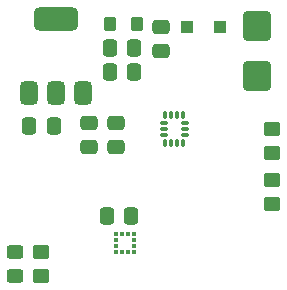
<source format=gbr>
%TF.GenerationSoftware,KiCad,Pcbnew,9.0.2*%
%TF.CreationDate,2025-06-11T21:50:26+08:00*%
%TF.ProjectId,imu,696d752e-6b69-4636-9164-5f7063625858,rev?*%
%TF.SameCoordinates,Original*%
%TF.FileFunction,Paste,Top*%
%TF.FilePolarity,Positive*%
%FSLAX46Y46*%
G04 Gerber Fmt 4.6, Leading zero omitted, Abs format (unit mm)*
G04 Created by KiCad (PCBNEW 9.0.2) date 2025-06-11 21:50:26*
%MOMM*%
%LPD*%
G01*
G04 APERTURE LIST*
G04 Aperture macros list*
%AMRoundRect*
0 Rectangle with rounded corners*
0 $1 Rounding radius*
0 $2 $3 $4 $5 $6 $7 $8 $9 X,Y pos of 4 corners*
0 Add a 4 corners polygon primitive as box body*
4,1,4,$2,$3,$4,$5,$6,$7,$8,$9,$2,$3,0*
0 Add four circle primitives for the rounded corners*
1,1,$1+$1,$2,$3*
1,1,$1+$1,$4,$5*
1,1,$1+$1,$6,$7*
1,1,$1+$1,$8,$9*
0 Add four rect primitives between the rounded corners*
20,1,$1+$1,$2,$3,$4,$5,0*
20,1,$1+$1,$4,$5,$6,$7,0*
20,1,$1+$1,$6,$7,$8,$9,0*
20,1,$1+$1,$8,$9,$2,$3,0*%
G04 Aperture macros list end*
%ADD10RoundRect,0.250000X0.337500X0.475000X-0.337500X0.475000X-0.337500X-0.475000X0.337500X-0.475000X0*%
%ADD11RoundRect,0.250000X-0.450000X0.350000X-0.450000X-0.350000X0.450000X-0.350000X0.450000X0.350000X0*%
%ADD12R,0.375000X0.350000*%
%ADD13R,0.350000X0.375000*%
%ADD14RoundRect,0.250000X0.475000X-0.337500X0.475000X0.337500X-0.475000X0.337500X-0.475000X-0.337500X0*%
%ADD15RoundRect,0.087500X-0.087500X0.225000X-0.087500X-0.225000X0.087500X-0.225000X0.087500X0.225000X0*%
%ADD16RoundRect,0.087500X-0.225000X0.087500X-0.225000X-0.087500X0.225000X-0.087500X0.225000X0.087500X0*%
%ADD17RoundRect,0.250000X-0.900000X1.000000X-0.900000X-1.000000X0.900000X-1.000000X0.900000X1.000000X0*%
%ADD18RoundRect,0.250000X0.275000X0.350000X-0.275000X0.350000X-0.275000X-0.350000X0.275000X-0.350000X0*%
%ADD19RoundRect,0.250000X-0.450000X0.325000X-0.450000X-0.325000X0.450000X-0.325000X0.450000X0.325000X0*%
%ADD20RoundRect,0.250000X-0.475000X0.337500X-0.475000X-0.337500X0.475000X-0.337500X0.475000X0.337500X0*%
%ADD21RoundRect,0.250000X-0.337500X-0.475000X0.337500X-0.475000X0.337500X0.475000X-0.337500X0.475000X0*%
%ADD22RoundRect,0.250000X-0.300000X-0.300000X0.300000X-0.300000X0.300000X0.300000X-0.300000X0.300000X0*%
%ADD23RoundRect,0.375000X0.375000X-0.625000X0.375000X0.625000X-0.375000X0.625000X-0.375000X-0.625000X0*%
%ADD24RoundRect,0.500000X1.400000X-0.500000X1.400000X0.500000X-1.400000X0.500000X-1.400000X-0.500000X0*%
%ADD25RoundRect,0.250000X0.450000X-0.350000X0.450000X0.350000X-0.450000X0.350000X-0.450000X-0.350000X0*%
G04 APERTURE END LIST*
D10*
%TO.C,C7*%
X75438000Y-23622000D03*
X73363000Y-23622000D03*
%TD*%
D11*
%TO.C,R1*%
X67564000Y-40910000D03*
X67564000Y-42910000D03*
%TD*%
%TO.C,R2*%
X87122000Y-34814000D03*
X87122000Y-36814000D03*
%TD*%
D10*
%TO.C,C5*%
X68623000Y-30226000D03*
X66548000Y-30226000D03*
%TD*%
D12*
%TO.C,U2*%
X75438000Y-40894000D03*
X75438000Y-40394000D03*
X75438000Y-39894000D03*
X75438000Y-39394000D03*
D13*
X74925500Y-39381500D03*
X74425500Y-39381500D03*
D12*
X73913000Y-39394000D03*
X73913000Y-39894000D03*
X73913000Y-40394000D03*
X73913000Y-40894000D03*
D13*
X74425500Y-40906500D03*
X74925500Y-40906500D03*
%TD*%
D14*
%TO.C,C1*%
X71628000Y-32025500D03*
X71628000Y-29950500D03*
%TD*%
D15*
%TO.C,U1*%
X79593500Y-29309500D03*
X79093500Y-29309500D03*
X78593500Y-29309500D03*
X78093500Y-29309500D03*
D16*
X77931000Y-29972000D03*
X77931000Y-30472000D03*
X77931000Y-30972000D03*
D15*
X78093500Y-31634500D03*
X78593500Y-31634500D03*
X79093500Y-31634500D03*
X79593500Y-31634500D03*
D16*
X79756000Y-30972000D03*
X79756000Y-30472000D03*
X79756000Y-29972000D03*
%TD*%
D17*
%TO.C,D2*%
X85852000Y-21726000D03*
X85852000Y-26026000D03*
%TD*%
D18*
%TO.C,FB1*%
X75706000Y-21590000D03*
X73406000Y-21590000D03*
%TD*%
D19*
%TO.C,D3*%
X65366000Y-40908000D03*
X65366000Y-42958000D03*
%TD*%
D20*
%TO.C,C2*%
X73914000Y-29972000D03*
X73914000Y-32047000D03*
%TD*%
D21*
%TO.C,C3*%
X73130500Y-37846000D03*
X75205500Y-37846000D03*
%TD*%
D20*
%TO.C,C6*%
X77724000Y-21822500D03*
X77724000Y-23897500D03*
%TD*%
D22*
%TO.C,D1*%
X79880000Y-21844000D03*
X82680000Y-21844000D03*
%TD*%
D23*
%TO.C,U3*%
X66520000Y-27432000D03*
X68820000Y-27432000D03*
D24*
X68820000Y-21132000D03*
D23*
X71120000Y-27432000D03*
%TD*%
D21*
%TO.C,C4*%
X73363000Y-25654000D03*
X75438000Y-25654000D03*
%TD*%
D25*
%TO.C,R3*%
X87122000Y-32512000D03*
X87122000Y-30512000D03*
%TD*%
M02*

</source>
